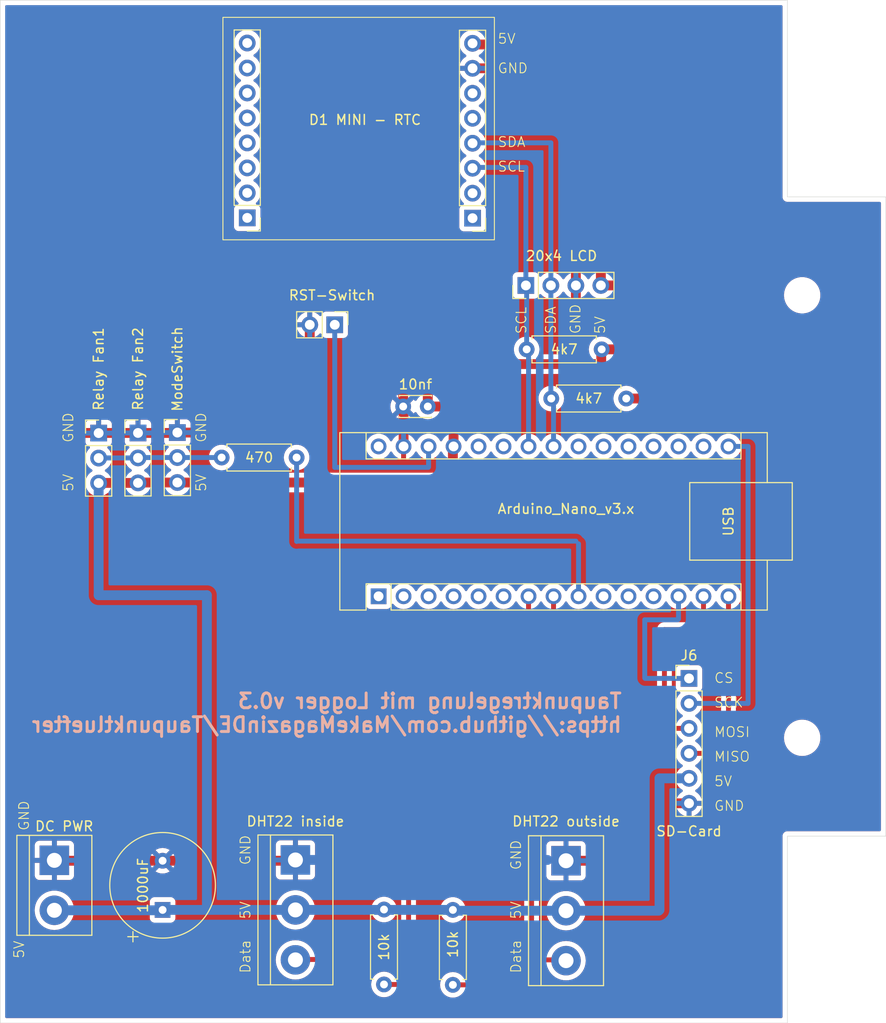
<source format=kicad_pcb>
(kicad_pcb (version 20240108) (generator "pcbnew") (generator_version "8.0")
  (layers (0 "F.Cu" signal) (31 "B.Cu" signal) (34 "B.Paste" user) (35 "F.Paste" user) (36 "B.SilkS" user "B.Silkscreen") (37 "F.SilkS" user "F.Silkscreen") (38 "B.Mask" user) (39 "F.Mask" user) (44 "Edge.Cuts" user))
  (net 0 "")
  (net 3 "/GND")
  (net 8 "Net-(A1-~{RESET}-Pad28)")
  (net 9 "/SCL")
  (net 13 "/CS")
  (net 14 "/D4 - Data inside")
  (net 16 "/SDA")
  (net 23 "/D5 - Data outside")
  (net 24 "/SCK")
  (net 27 "/MISO")
  (net 28 "/<NO NET>")
  (net 29 "/MOSI")
  (net 30 "/RelSwitch")
  (net 31 "/TX")
  (net 33 "/RX")
  (footprint "Module:Arduino_Nano" (layer "F.Cu") (at 88.45 120.61 90)
    (property "Reference" "A1" (hide yes))
    (property "Value" "Arduino_Nano_v3.x" (at 8.89 19.05 0) (layer "F.SilkS"))
    (fp_line (start 16.64 -3.94) (end -1.4 -3.94) (stroke (width 0.12)) (layer "F.SilkS"))
    (fp_line (start -1.4 -3.94) (end -1.4 -1.27) (stroke (width 0.12)) (layer "F.SilkS"))
    (fp_line (start 13.97 -1.27) (end 16.64 -1.27) (stroke (width 0.12)) (layer "F.SilkS"))
    (fp_line (start 13.97 -1.27) (end 13.97 36.83) (stroke (width 0.12)) (layer "F.SilkS"))
    (fp_line (start 1.27 -1.27) (end -1.4 -1.27) (stroke (width 0.12)) (layer "F.SilkS"))
    (fp_line (start 1.27 1.27) (end 1.27 -1.27) (stroke (width 0.12)) (layer "F.SilkS"))
    (fp_line (start 1.27 1.27) (end -1.4 1.27) (stroke (width 0.12)) (layer "F.SilkS"))
    (fp_line (start 1.27 1.27) (end 1.27 36.83) (stroke (width 0.12)) (layer "F.SilkS"))
    (fp_line (start -1.4 1.27) (end -1.4 39.5) (stroke (width 0.12)) (layer "F.SilkS"))
    (fp_line (start 11.56 31.62) (end 11.56 42.04) (stroke (width 0.12)) (layer "F.SilkS"))
    (fp_line (start 3.68 31.62) (end 11.56 31.62) (stroke (width 0.12)) (layer "F.SilkS"))
    (fp_line (start 13.97 36.83) (end 16.64 36.83) (stroke (width 0.12)) (layer "F.SilkS"))
    (fp_line (start 1.27 36.83) (end -1.4 36.83) (stroke (width 0.12)) (layer "F.SilkS"))
    (fp_line (start 16.64 39.5) (end 16.64 -3.94) (stroke (width 0.12)) (layer "F.SilkS"))
    (fp_line (start 16.64 39.5) (end 11.56 39.5) (stroke (width 0.12)) (layer "F.SilkS"))
    (fp_line (start -1.4 39.5) (end 3.68 39.5) (stroke (width 0.12)) (layer "F.SilkS"))
    (fp_line (start 11.56 42.04) (end 3.68 42.04) (stroke (width 0.12)) (layer "F.SilkS"))
    (fp_line (start 3.68 42.04) (end 3.68 31.62) (stroke (width 0.12)) (layer "F.SilkS"))
    (fp_text user "USB" (at 7.62 35.56 90) (layer "F.SilkS"))
    (pad "1" thru_hole rect (at 0 0 90) (size 1.6 1.6) (drill 1) (layers "*.Cu" "*.Mask"))
    (pad "2" thru_hole oval (at 0 2.54 90) (size 1.6 1.6) (drill 1) (layers "*.Cu" "*.Mask"))
    (pad "3" thru_hole oval (at 0 5.08 90) (size 1.6 1.6) (drill 1) (layers "*.Cu" "*.Mask"))
    (pad "4" thru_hole oval (at 0 7.62 90) (size 1.6 1.6) (drill 1) (layers "*.Cu" "*.Mask"))
    (pad "5" thru_hole oval (at 0 10.16 90) (size 1.6 1.6) (drill 1) (layers "*.Cu" "*.Mask"))
    (pad "6" thru_hole oval (at 0 12.7 90) (size 1.6 1.6) (drill 1) (layers "*.Cu" "*.Mask"))
    (pad "7" thru_hole oval (at 0 15.24 90) (size 1.6 1.6) (drill 1) (layers "*.Cu" "*.Mask") (net 14 "/D4 - Data inside"))
    (pad "8" thru_hole oval (at 0 17.78 90) (size 1.6 1.6) (drill 1) (layers "*.Cu" "*.Mask") (net 23 "/D5 - Data outside"))
    (pad "9" thru_hole oval (at 0 20.32 90) (size 1.6 1.6) (drill 1) (layers "*.Cu" "*.Mask") (net 30 "/RelSwitch"))
    (pad "10" thru_hole oval (at 0 22.86 90) (size 1.6 1.6) (drill 1) (layers "*.Cu" "*.Mask"))
    (pad "11" thru_hole oval (at 0 25.4 90) (size 1.6 1.6) (drill 1) (layers "*.Cu" "*.Mask"))
    (pad "12" thru_hole oval (at 0 27.94 90) (size 1.6 1.6) (drill 1) (layers "*.Cu" "*.Mask"))
    (pad "13" thru_hole oval (at 0 30.48 90) (size 1.6 1.6) (drill 1) (layers "*.Cu" "*.Mask") (net 13 "/CS"))
    (pad "14" thru_hole oval (at 0 33.02 90) (size 1.6 1.6) (drill 1) (layers "*.Cu" "*.Mask") (net 29 "/MOSI"))
    (pad "15" thru_hole oval (at 0 35.56 90) (size 1.6 1.6) (drill 1) (layers "*.Cu" "*.Mask") (net 27 "/MISO"))
    (pad "16" thru_hole oval (at 15.24 35.56 90) (size 1.6 1.6) (drill 1) (layers "*.Cu" "*.Mask") (net 24 "/SCK"))
    (pad "17" thru_hole oval (at 15.24 33.02 90) (size 1.6 1.6) (drill 1) (layers "*.Cu" "*.Mask"))
    (pad "18" thru_hole oval (at 15.24 30.48 90) (size 1.6 1.6) (drill 1) (layers "*.Cu" "*.Mask"))
    (pad "19" thru_hole oval (at 15.24 27.94 90) (size 1.6 1.6) (drill 1) (layers "*.Cu" "*.Mask"))
    (pad "20" thru_hole oval (at 15.24 25.4 90) (size 1.6 1.6) (drill 1) (layers "*.Cu" "*.Mask"))
    (pad "21" thru_hole oval (at 15.24 22.86 90) (size 1.6 1.6) (drill 1) (layers "*.Cu" "*.Mask"))
    (pad "22" thru_hole oval (at 15.24 20.32 90) (size 1.6 1.6) (drill 1) (layers "*.Cu" "*.Mask"))
    (pad "23" thru_hole oval (at 15.24 17.78 90) (size 1.6 1.6) (drill 1) (layers "*.Cu" "*.Mask") (net 16 "/SDA"))
    (pad "24" thru_hole oval (at 15.24 15.24 90) (size 1.6 1.6) (drill 1) (layers "*.Cu" "*.Mask") (net 9 "/SCL"))
    (pad "25" thru_hole oval (at 15.24 12.7 90) (size 1.6 1.6) (drill 1) (layers "*.Cu" "*.Mask"))
    (pad "26" thru_hole oval (at 15.24 10.16 90) (size 1.6 1.6) (drill 1) (layers "*.Cu" "*.Mask"))
    (pad "27" thru_hole oval (at 15.24 7.62 90) (size 1.6 1.6) (drill 1) (layers "*.Cu" "*.Mask") (net 28 "/<NO NET>"))
    (pad "28" thru_hole oval (at 15.24 5.08 90) (size 1.6 1.6) (drill 1) (layers "*.Cu" "*.Mask") (net 8 "Net-(A1-~{RESET}-Pad28)"))
    (pad "29" thru_hole oval (at 15.24 2.54 90) (size 1.6 1.6) (drill 1) (layers "*.Cu" "*.Mask") (net 3 "/GND"))
    (pad "30" thru_hole oval (at 15.24 0 90) (size 1.6 1.6) (drill 1) (layers "*.Cu" "*.Mask"))
  )
  (footprint "Connector_PinHeader_2.54mm:PinHeader_1x03_P2.54mm_Vertical" (layer "F.Cu") (at 64 104)
    (property "Reference" "J7" (hide yes))
    (property "Value" "Relay Fan2" (at 0 -6.515 90) (layer "F.SilkS"))
    (fp_line (start -1.33 -1.33) (end 0 -1.33) (stroke (width 0.12)) (layer "F.SilkS"))
    (fp_line (start -1.33 0) (end -1.33 -1.33) (stroke (width 0.12)) (layer "F.SilkS"))
    (fp_line (start -1.33 1.27) (end -1.33 6.41) (stroke (width 0.12)) (layer "F.SilkS"))
    (fp_line (start -1.33 1.27) (end 1.33 1.27) (stroke (width 0.12)) (layer "F.SilkS"))
    (fp_line (start -1.33 6.41) (end 1.33 6.41) (stroke (width 0.12)) (layer "F.SilkS"))
    (fp_line (start 1.33 1.27) (end 1.33 6.41) (stroke (width 0.12)) (layer "F.SilkS"))
    (pad "1" thru_hole rect (at 0 0) (size 1.7 1.7) (drill 1) (layers "*.Cu" "*.Mask") (net 3 "/GND"))
    (pad "2" thru_hole oval (at 0 2.54) (size 1.7 1.7) (drill 1) (layers "*.Cu" "*.Mask") (net 30 "/RelSwitch"))
    (pad "3" thru_hole oval (at 0 5.08) (size 1.7 1.7) (drill 1) (layers "*.Cu" "*.Mask" "Eco2.User") (net 28 "/<NO NET>"))
  )
  (footprint "Resistor_THT:R_Axial_DIN0207_L6.3mm_D2.5mm_P7.62mm_Horizontal" (layer "F.Cu") (at 72.5 106.5)
    (property "Reference" "R5" (hide yes))
    (property "Value" "470" (at 3.81 0 0) (layer "F.SilkS"))
    (fp_line (start 0.54 -1.37) (end 7.08 -1.37) (stroke (width 0.12)) (layer "F.SilkS"))
    (fp_line (start 0.54 -1.04) (end 0.54 -1.37) (stroke (width 0.12)) (layer "F.SilkS"))
    (fp_line (start 0.54 1.04) (end 0.54 1.37) (stroke (width 0.12)) (layer "F.SilkS"))
    (fp_line (start 0.54 1.37) (end 7.08 1.37) (stroke (width 0.12)) (layer "F.SilkS"))
    (fp_line (start 7.08 -1.37) (end 7.08 -1.04) (stroke (width 0.12)) (layer "F.SilkS"))
    (fp_line (start 7.08 1.37) (end 7.08 1.04) (stroke (width 0.12)) (layer "F.SilkS"))
    (pad "1" thru_hole circle (at 0 0) (size 1.6 1.6) (drill 0.8) (layers "*.Cu" "*.Mask") (net 30 "/RelSwitch"))
    (pad "2" thru_hole oval (at 7.62 0) (size 1.6 1.6) (drill 0.8) (layers "*.Cu" "*.Mask") (net 30 "/RelSwitch"))
  )
  (footprint "Connector_PinHeader_2.54mm:PinHeader_1x03_P2.54mm_Vertical" (layer "F.Cu") (at 68 103.96)
    (property "Reference" "SW2" (hide yes))
    (property "Value" "ModeSwitch" (at 0 -6.46 90) (layer "F.SilkS"))
    (fp_line (start -1.33 -1.33) (end 0 -1.33) (stroke (width 0.12)) (layer "F.SilkS"))
    (fp_line (start -1.33 0) (end -1.33 -1.33) (stroke (width 0.12)) (layer "F.SilkS"))
    (fp_line (start -1.33 1.27) (end -1.33 6.41) (stroke (width 0.12)) (layer "F.SilkS"))
    (fp_line (start -1.33 1.27) (end 1.33 1.27) (stroke (width 0.12)) (layer "F.SilkS"))
    (fp_line (start -1.33 6.41) (end 1.33 6.41) (stroke (width 0.12)) (layer "F.SilkS"))
    (fp_line (start 1.33 1.27) (end 1.33 6.41) (stroke (width 0.12)) (layer "F.SilkS"))
    (pad "1" thru_hole rect (at 0 0) (size 1.7 1.7) (drill 1) (layers "*.Cu" "*.Mask") (net 3 "/GND"))
    (pad "2" thru_hole oval (at 0 2.54) (size 1.7 1.7) (drill 1) (layers "*.Cu" "*.Mask") (net 30 "/RelSwitch"))
    (pad "3" thru_hole oval (at 0 5.08) (size 1.7 1.7) (drill 1) (layers "*.Cu" "*.Mask") (net 28 "/<NO NET>"))
  )
  (footprint "Resistor_THT:R_Axial_DIN0207_L6.3mm_D2.5mm_P7.62mm_Horizontal" (layer "F.Cu") (at 89 152.46 -90)
    (property "Reference" "R1" (hide yes))
    (property "Value" "10k" (at 3.81 0 -90) (layer "F.SilkS"))
    (fp_line (start 0.54 1.37) (end 7.08 1.37) (stroke (width 0.12)) (layer "F.SilkS"))
    (fp_line (start 7.08 1.37) (end 7.08 1.04) (stroke (width 0.12)) (layer "F.SilkS"))
    (fp_line (start 0.54 1.04) (end 0.54 1.37) (stroke (width 0.12)) (layer "F.SilkS"))
    (fp_line (start 0.54 -1.04) (end 0.54 -1.37) (stroke (width 0.12)) (layer "F.SilkS"))
    (fp_line (start 0.54 -1.37) (end 7.08 -1.37) (stroke (width 0.12)) (layer "F.SilkS"))
    (fp_line (start 7.08 -1.37) (end 7.08 -1.04) (stroke (width 0.12)) (layer "F.SilkS"))
    (pad "1" thru_hole circle (at 0 0 270) (size 1.6 1.6) (drill 0.8) (layers "*.Cu" "*.Mask") (net 28 "/<NO NET>"))
    (pad "2" thru_hole oval (at 7.62 0 270) (size 1.6 1.6) (drill 0.8) (layers "*.Cu" "*.Mask") (net 14 "/D4 - Data inside"))
  )
  (footprint "Connector_PinHeader_2.54mm:PinHeader_1x02_P2.54mm_Vertical" (layer "F.Cu") (at 83.995 93 -90)
    (property "Reference" "SW1" (hide yes))
    (property "Value" "RST-Switch" (at -3 0.275 180) (layer "F.SilkS"))
    (fp_line (start -1.33 3.87) (end 1.33 3.87) (stroke (width 0.12)) (layer "F.SilkS"))
    (fp_line (start -1.33 1.27) (end -1.33 3.87) (stroke (width 0.12)) (layer "F.SilkS"))
    (fp_line (start -1.33 1.27) (end 1.33 1.27) (stroke (width 0.12)) (layer "F.SilkS"))
    (fp_line (start 1.33 1.27) (end 1.33 3.87) (stroke (width 0.12)) (layer "F.SilkS"))
    (fp_line (start -1.33 0) (end -1.33 -1.33) (stroke (width 0.12)) (layer "F.SilkS"))
    (fp_line (start -1.33 -1.33) (end 0 -1.33) (stroke (width 0.12)) (layer "F.SilkS"))
    (pad "1" thru_hole rect (at 0 0 270) (size 1.7 1.7) (drill 1) (layers "*.Cu" "*.Mask") (net 8 "Net-(A1-~{RESET}-Pad28)"))
    (pad "2" thru_hole oval (at 0 2.54 270) (size 1.7 1.7) (drill 1) (layers "*.Cu" "*.Mask") (net 3 "/GND"))
  )
  (footprint "TerminalBlock:TerminalBlock_bornier-3_P5.08mm" (layer "F.Cu") (at 107.5 147.5 -90)
    (property "Reference" "J3" (hide yes))
    (property "Value" "DHT22 outside" (at -4 0 180) (layer "F.SilkS"))
    (fp_line (start -2.54 3.81) (end 12.7 3.81) (stroke (width 0.12)) (layer "F.SilkS"))
    (fp_line (start -2.54 3.81) (end -2.54 -3.81) (stroke (width 0.12)) (layer "F.SilkS"))
    (fp_line (start 12.7 3.81) (end 12.7 -3.81) (stroke (width 0.12)) (layer "F.SilkS"))
    (fp_line (start -2.54 2.54) (end 12.7 2.54) (stroke (width 0.12)) (layer "F.SilkS"))
    (fp_line (start -2.54 -3.81) (end 12.7 -3.81) (stroke (width 0.12)) (layer "F.SilkS"))
    (pad "1" thru_hole rect (at 0 0 270) (size 3 3) (drill 1.52) (layers "*.Cu" "*.Mask") (net 3 "/GND"))
    (pad "2" thru_hole circle (at 5.08 0 270) (size 3 3) (drill 1.52) (layers "*.Cu" "*.Mask") (net 28 "/<NO NET>"))
    (pad "3" thru_hole circle (at 10.16 0 270) (size 3 3) (drill 1.52) (layers "*.Cu" "*.Mask") (net 23 "/D5 - Data outside"))
  )
  (footprint "" (layer "F.Cu") (at 131.5 90)
    (property "Reference" "" (at 0 0 0) (layer "F.SilkS") (effects (font (size 1.27 1.27))))
    (property "Value" "")
    (pad "" np_thru_hole circle (at 0 0) (size 3.2 3.2) (drill 3.2) (layers "F&B.Cu" "*.Mask"))
  )
  (footprint "Connector_PinHeader_2.54mm:PinHeader_1x06_P2.54mm_Vertical" (layer "F.Cu") (at 120 128.96)
    (property "Reference" "J6" (at 0 -2.33 0) (layer "F.SilkS"))
    (property "Value" "SD-Card" (at 0 15.54 0) (layer "F.SilkS"))
    (fp_line (start -1.33 -1.33) (end 0 -1.33) (stroke (width 0.12)) (layer "F.SilkS"))
    (fp_line (start -1.33 0) (end -1.33 -1.33) (stroke (width 0.12)) (layer "F.SilkS"))
    (fp_line (start -1.33 1.27) (end -1.33 14.03) (stroke (width 0.12)) (layer "F.SilkS"))
    (fp_line (start -1.33 1.27) (end 1.33 1.27) (stroke (width 0.12)) (layer "F.SilkS"))
    (fp_line (start -1.33 14.03) (end 1.33 14.03) (stroke (width 0.12)) (layer "F.SilkS"))
    (fp_line (start 1.33 1.27) (end 1.33 14.03) (stroke (width 0.12)) (layer "F.SilkS"))
    (pad "1" thru_hole rect (at 0 0) (size 1.7 1.7) (drill 1) (layers "*.Cu" "*.Mask") (net 13 "/CS"))
    (pad "2" thru_hole oval (at 0 2.54) (size 1.7 1.7) (drill 1) (layers "*.Cu" "*.Mask") (net 24 "/SCK"))
    (pad "3" thru_hole oval (at 0 5.08) (size 1.7 1.7) (drill 1) (layers "*.Cu" "*.Mask") (net 29 "/MOSI"))
    (pad "4" thru_hole oval (at 0 7.62) (size 1.7 1.7) (drill 1) (layers "*.Cu" "*.Mask") (net 27 "/MISO"))
    (pad "5" thru_hole oval (at 0 10.16) (size 1.7 1.7) (drill 1) (layers "*.Cu" "*.Mask") (net 28 "/<NO NET>"))
    (pad "6" thru_hole oval (at 0 12.7) (size 1.7 1.7) (drill 1) (layers "*.Cu" "*.Mask") (net 3 "/GND"))
  )
  (footprint "Connector_PinHeader_2.54mm:PinHeader_1x08_P2.54mm_Vertical" (layer "F.Cu") (at 98 82.16 180)
    (property "Reference" "J5" (hide yes))
    (property "Value" "D1 MINI - RTC" (at 10.93 10 0) (layer "F.SilkS"))
    (fp_line (start 1.33 1.27) (end 1.33 19.11) (stroke (width 0.12)) (layer "F.SilkS"))
    (fp_line (start -1.33 19.11) (end 1.33 19.11) (stroke (width 0.12)) (layer "F.SilkS"))
    (fp_line (start -1.33 1.27) (end 1.33 1.27) (stroke (width 0.12)) (layer "F.SilkS"))
    (fp_line (start -1.33 1.27) (end -1.33 19.11) (stroke (width 0.12)) (layer "F.SilkS"))
    (fp_line (start -1.33 0) (end -1.33 -1.33) (stroke (width 0.12)) (layer "F.SilkS"))
    (fp_line (start -1.33 -1.33) (end 0 -1.33) (stroke (width 0.12)) (layer "F.SilkS"))
    (pad "1" thru_hole rect (at 0 0 180) (size 1.7 1.7) (drill 1) (layers "*.Cu" "*.Mask") (net 31 "/TX"))
    (pad "2" thru_hole oval (at 0 2.54 180) (size 1.7 1.7) (drill 1) (layers "*.Cu" "*.Mask") (net 33 "/RX"))
    (pad "3" thru_hole oval (at 0 5.08 180) (size 1.7 1.7) (drill 1) (layers "*.Cu" "*.Mask") (net 9 "/SCL"))
    (pad "4" thru_hole oval (at 0 7.62 180) (size 1.7 1.7) (drill 1) (layers "*.Cu" "*.Mask") (net 16 "/SDA"))
    (pad "5" thru_hole oval (at 0 10.16 180) (size 1.7 1.7) (drill 1) (layers "*.Cu" "*.Mask"))
    (pad "6" thru_hole oval (at 0 12.7 180) (size 1.7 1.7) (drill 1) (layers "*.Cu" "*.Mask"))
    (pad "7" thru_hole oval (at 0 15.24 180) (size 1.7 1.7) (drill 1) (layers "*.Cu" "*.Mask") (net 3 "/GND"))
    (pad "8" thru_hole oval (at 0 17.78 180) (size 1.7 1.7) (drill 1) (layers "*.Cu" "*.Mask") (net 28 "/<NO NET>"))
  )
  (footprint "Connector_PinHeader_2.54mm:PinHeader_1x03_P2.54mm_Vertical" (layer "F.Cu") (at 60 104.015)
    (property "Reference" "J7" (hide yes))
    (property "Value" "Relay Fan1" (at 0 -6.515 90) (layer "F.SilkS"))
    (fp_line (start -1.33 -1.33) (end 0 -1.33) (stroke (width 0.12)) (layer "F.SilkS"))
    (fp_line (start -1.33 0) (end -1.33 -1.33) (stroke (width 0.12)) (layer "F.SilkS"))
    (fp_line (start -1.33 1.27) (end -1.33 6.41) (stroke (width 0.12)) (layer "F.SilkS"))
    (fp_line (start -1.33 1.27) (end 1.33 1.27) (stroke (width 0.12)) (layer "F.SilkS"))
    (fp_line (start -1.33 6.41) (end 1.33 6.41) (stroke (width 0.12)) (layer "F.SilkS"))
    (fp_line (start 1.33 1.27) (end 1.33 6.41) (stroke (width 0.12)) (layer "F.SilkS"))
    (pad "1" thru_hole rect (at 0 0) (size 1.7 1.7) (drill 1) (layers "*.Cu" "*.Mask") (net 3 "/GND"))
    (pad "2" thru_hole oval (at 0 2.54) (size 1.7 1.7) (drill 1) (layers "*.Cu" "*.Mask") (net 30 "/RelSwitch"))
    (pad "3" thru_hole oval (at 0 5.08) (size 1.7 1.7) (drill 1) (layers "*.Cu" "*.Mask") (net 28 "/<NO NET>"))
  )
  (footprint "Connector_PinHeader_2.54mm:PinHeader_1x08_P2.54mm_Vertical" (layer "F.Cu") (at 75.1 82.13 180)
    (property "Reference" "J5" (hide yes))
    (property "Value" "D1 MINI - RTC" (hide yes))
    (fp_line (start 1.33 1.27) (end 1.33 19.11) (stroke (width 0.12)) (layer "F.SilkS"))
    (fp_line (start -1.33 19.11) (end 1.33 19.11) (stroke (width 0.12)) (layer "F.SilkS"))
    (fp_line (start -1.33 1.27) (end 1.33 1.27) (stroke (width 0.12)) (layer "F.SilkS"))
    (fp_line (start -1.33 1.27) (end -1.33 19.11) (stroke (width 0.12)) (layer "F.SilkS"))
    (fp_line (start -1.33 0) (end -1.33 -1.33) (stroke (width 0.12)) (layer "F.SilkS"))
    (fp_line (start -1.33 -1.33) (end 0 -1.33) (stroke (width 0.12)) (layer "F.SilkS"))
    (pad "1" thru_hole rect (at 0 0 180) (size 1.7 1.7) (drill 1) (layers "*.Cu" "*.Mask"))
    (pad "2" thru_hole oval (at 0 2.54 180) (size 1.7 1.7) (drill 1) (layers "*.Cu" "*.Mask"))
    (pad "3" thru_hole oval (at 0 5.08 180) (size 1.7 1.7) (drill 1) (layers "*.Cu" "*.Mask"))
    (pad "4" thru_hole oval (at 0 7.62 180) (size 1.7 1.7) (drill 1) (layers "*.Cu" "*.Mask"))
    (pad "5" thru_hole oval (at 0 10.16 180) (size 1.7 1.7) (drill 1) (layers "*.Cu" "*.Mask"))
    (pad "6" thru_hole oval (at 0 12.7 180) (size 1.7 1.7) (drill 1) (layers "*.Cu" "*.Mask"))
    (pad "7" thru_hole oval (at 0 15.24 180) (size 1.7 1.7) (drill 1) (layers "*.Cu" "*.Mask"))
    (pad "8" thru_hole oval (at 0 17.78 180) (size 1.7 1.7) (drill 1) (layers "*.Cu" "*.Mask"))
  )
  (footprint "Resistor_THT:R_Axial_DIN0207_L6.3mm_D2.5mm_P7.62mm_Horizontal" (layer "F.Cu") (at 103.5 95.5)
    (property "Reference" "R3" (hide yes))
    (property "Value" "4k7" (at 3.81 0 0) (layer "F.SilkS"))
    (fp_line (start 0.54 -1.37) (end 7.08 -1.37) (stroke (width 0.12)) (layer "F.SilkS"))
    (fp_line (start 0.54 -1.04) (end 0.54 -1.37) (stroke (width 0.12)) (layer "F.SilkS"))
    (fp_line (start 0.54 1.04) (end 0.54 1.37) (stroke (width 0.12)) (layer "F.SilkS"))
    (fp_line (start 0.54 1.37) (end 7.08 1.37) (stroke (width 0.12)) (layer "F.SilkS"))
    (fp_line (start 7.08 -1.37) (end 7.08 -1.04) (stroke (width 0.12)) (layer "F.SilkS"))
    (fp_line (start 7.08 1.37) (end 7.08 1.04) (stroke (width 0.12)) (layer "F.SilkS"))
    (pad "1" thru_hole circle (at 0 0) (size 1.6 1.6) (drill 0.8) (layers "*.Cu" "*.Mask") (net 9 "/SCL"))
    (pad "2" thru_hole oval (at 7.62 0) (size 1.6 1.6) (drill 0.8) (layers "*.Cu" "*.Mask") (net 28 "/<NO NET>"))
  )
  (footprint "Capacitor_THT:C_Disc_D3.0mm_W2.0mm_P2.50mm" (layer "F.Cu") (at 93.45 101.31 180)
    (property "Reference" "C2" (hide yes))
    (property "Value" "10nf" (at 1.25 2.25 180) (layer "F.SilkS"))
    (fp_line (start 2.87 1.055) (end 2.87 1.12) (stroke (width 0.12)) (layer "F.SilkS"))
    (fp_line (start 2.87 -1.12) (end 2.87 -1.055) (stroke (width 0.12)) (layer "F.SilkS"))
    (fp_line (start -0.37 1.12) (end 2.87 1.12) (stroke (width 0.12)) (layer "F.SilkS"))
    (fp_line (start -0.37 1.055) (end -0.37 1.12) (stroke (width 0.12)) (layer "F.SilkS"))
    (fp_line (start -0.37 -1.12) (end 2.87 -1.12) (stroke (width 0.12)) (layer "F.SilkS"))
    (fp_line (start -0.37 -1.12) (end -0.37 -1.055) (stroke (width 0.12)) (layer "F.SilkS"))
    (pad "1" thru_hole circle (at 0 0 180) (size 1.6 1.6) (drill 0.8) (layers "*.Cu" "*.Mask") (net 28 "/<NO NET>"))
    (pad "2" thru_hole circle (at 2.5 0 180) (size 1.6 1.6) (drill 0.8) (layers "*.Cu" "*.Mask") (net 3 "/GND"))
  )
  (footprint "TerminalBlock:TerminalBlock_bornier-2_P5.08mm" (layer "F.Cu") (at 55.5 147.46 -90)
    (property "Reference" "J1" (hide yes))
    (property "Value" "DC PWR" (at -3.46 -1 0) (layer "F.SilkS"))
    (fp_line (start -2.54 3.81) (end 7.62 3.81) (stroke (width 0.12)) (layer "F.SilkS"))
    (fp_line (start 7.62 3.81) (end 7.62 -3.81) (stroke (width 0.12)) (layer "F.SilkS"))
    (fp_line (start 7.62 2.54) (end -2.54 2.54) (stroke (width 0.12)) (layer "F.SilkS"))
    (fp_line (start -2.54 -3.81) (end -2.54 3.81) (stroke (width 0.12)) (layer "F.SilkS"))
    (fp_line (start 7.62 -3.81) (end -2.54 -3.81) (stroke (width 0.12)) (layer "F.SilkS"))
    (pad "1" thru_hole rect (at 0 0 270) (size 3 3) (drill 1.52) (layers "*.Cu" "*.Mask") (net 3 "/GND"))
    (pad "2" thru_hole circle (at 5.08 0 270) (size 3 3) (drill 1.52) (layers "*.Cu" "*.Mask") (net 28 "/<NO NET>"))
  )
  (footprint "Resistor_THT:R_Axial_DIN0207_L6.3mm_D2.5mm_P7.62mm_Horizontal" (layer "F.Cu") (at 106 100.5)
    (property "Reference" "R4" (hide yes))
    (property "Value" "4k7" (at 3.81 0 0) (layer "F.SilkS"))
    (fp_line (start 0.54 -1.37) (end 7.08 -1.37) (stroke (width 0.12)) (layer "F.SilkS"))
    (fp_line (start 0.54 -1.04) (end 0.54 -1.37) (stroke (width 0.12)) (layer "F.SilkS"))
    (fp_line (start 0.54 1.04) (end 0.54 1.37) (stroke (width 0.12)) (layer "F.SilkS"))
    (fp_line (start 0.54 1.37) (end 7.08 1.37) (stroke (width 0.12)) (layer "F.SilkS"))
    (fp_line (start 7.08 -1.37) (end 7.08 -1.04) (stroke (width 0.12)) (layer "F.SilkS"))
    (fp_line (start 7.08 1.37) (end 7.08 1.04) (stroke (width 0.12)) (layer "F.SilkS"))
    (pad "1" thru_hole circle (at 0 0) (size 1.6 1.6) (drill 0.8) (layers "*.Cu" "*.Mask") (net 16 "/SDA"))
    (pad "2" thru_hole oval (at 7.62 0) (size 1.6 1.6) (drill 0.8) (layers "*.Cu" "*.Mask") (net 28 "/<NO NET>"))
  )
  (footprint "Capacitor_THT:CP_Radial_Tantal_D10.5mm_P5.00mm" (layer "F.Cu") (at 66.5 152.5 90)
    (property "Reference" "C1" (hide yes))
    (property "Value" "1000uF" (at 2.5 -2 90) (layer "F.SilkS"))
    (fp_line (start -2.722133 -3.54) (end -2.722133 -2.49) (stroke (width 0.12)) (layer "F.SilkS"))
    (fp_line (start -3.247133 -3.015) (end -2.197133 -3.015) (stroke (width 0.12)) (layer "F.SilkS"))
    (fp_circle (center 2.5 0) (end 7.87 0) (stroke (width 0.12)) (fill none) (layer "F.SilkS"))
    (pad "1" thru_hole rect (at 0 0 90) (size 1.6 1.6) (drill 0.8) (layers "*.Cu" "*.Mask") (net 28 "/<NO NET>"))
    (pad "2" thru_hole circle (at 5 0 90) (size 1.6 1.6) (drill 0.8) (layers "*.Cu" "*.Mask") (net 3 "/GND"))
  )
  (footprint "MountingHole:MountingHole_3.2mm_M3_ISO7380" (layer "F.Cu") (at 131.5 135)
    (property "Reference" "" (hide yes))
    (property "Value" "MountingHole_3.2mm_M3_ISO7380" (hide yes))
    (pad "" np_thru_hole circle (at 0 0) (size 3.2 3.2) (drill 3.2) (layers "*.Cu" "*.Mask"))
  )
  (footprint "Connector_PinHeader_2.54mm:PinHeader_1x04_P2.54mm_Vertical" (layer "F.Cu") (at 103.42 89 90)
    (property "Reference" "J4" (hide yes))
    (property "Value" "20x4 LCD" (at 3 3.62 0) (layer "F.SilkS"))
    (fp_line (start -1.33 -1.33) (end 0 -1.33) (stroke (width 0.12)) (layer "F.SilkS"))
    (fp_line (start -1.33 0) (end -1.33 -1.33) (stroke (width 0.12)) (layer "F.SilkS"))
    (fp_line (start 1.33 1.27) (end 1.33 8.95) (stroke (width 0.12)) (layer "F.SilkS"))
    (fp_line (start -1.33 1.27) (end 1.33 1.27) (stroke (width 0.12)) (layer "F.SilkS"))
    (fp_line (start -1.33 1.27) (end -1.33 8.95) (stroke (width 0.12)) (layer "F.SilkS"))
    (fp_line (start -1.33 8.95) (end 1.33 8.95) (stroke (width 0.12)) (layer "F.SilkS"))
    (pad "1" thru_hole rect (at 0 0 90) (size 1.7 1.7) (drill 1) (layers "*.Cu" "*.Mask") (net 9 "/SCL"))
    (pad "2" thru_hole oval (at 0 2.54 90) (size 1.7 1.7) (drill 1) (layers "*.Cu" "*.Mask") (net 16 "/SDA"))
    (pad "3" thru_hole oval (at 0 5.08 90) (size 1.7 1.7) (drill 1) (layers "*.Cu" "*.Mask") (net 3 "/GND"))
    (pad "4" thru_hole oval (at 0 7.62 90) (size 1.7 1.7) (drill 1) (layers "*.Cu" "*.Mask") (net 28 "/<NO NET>"))
  )
  (footprint "TerminalBlock:TerminalBlock_bornier-3_P5.08mm" (layer "F.Cu") (at 80 147.42 -90)
    (property "Reference" "J2" (hide yes))
    (property "Value" "DHT22 inside" (at -3.92 0 180) (layer "F.SilkS"))
    (fp_line (start -2.54 3.81) (end 12.7 3.81) (stroke (width 0.12)) (layer "F.SilkS"))
    (fp_line (start -2.54 3.81) (end -2.54 -3.81) (stroke (width 0.12)) (layer "F.SilkS"))
    (fp_line (start 12.7 3.81) (end 12.7 -3.81) (stroke (width 0.12)) (layer "F.SilkS"))
    (fp_line (start -2.54 2.54) (end 12.7 2.54) (stroke (width 0.12)) (layer "F.SilkS"))
    (fp_line (start -2.54 -3.81) (end 12.7 -3.81) (stroke (width 0.12)) (layer "F.SilkS"))
    (pad "1" thru_hole rect (at 0 0 270) (size 3 3) (drill 1.52) (layers "*.Cu" "*.Mask") (net 3 "/GND"))
    (pad "2" thru_hole circle (at 5.08 0 270) (size 3 3) (drill 1.52) (layers "*.Cu" "*.Mask") (net 28 "/<NO NET>"))
    (pad "3" thru_hole circle (at 10.16 0 270) (size 3 3) (drill 1.52) (layers "*.Cu" "*.Mask") (net 14 "/D4 - Data inside"))
  )
  (footprint "Resistor_THT:R_Axial_DIN0207_L6.3mm_D2.5mm_P7.62mm_Horizontal" (layer "F.Cu") (at 96 152.5 -90)
    (property "Reference" "R2" (hide yes))
    (property "Value" "10k" (at 3.5 0 -90) (layer "F.SilkS"))
    (fp_line (start 0.54 1.37) (end 7.08 1.37) (stroke (width 0.12)) (layer "F.SilkS"))
    (fp_line (start 7.08 1.37) (end 7.08 1.04) (stroke (width 0.12)) (layer "F.SilkS"))
    (fp_line (start 0.54 1.04) (end 0.54 1.37) (stroke (width 0.12)) (layer "F.SilkS"))
    (fp_line (start 0.54 -1.04) (end 0.54 -1.37) (stroke (width 0.12)) (layer "F.SilkS"))
    (fp_line (start 0.54 -1.37) (end 7.08 -1.37) (stroke (width 0.12)) (layer "F.SilkS"))
    (fp_line (start 7.08 -1.37) (end 7.08 -1.04) (stroke (width 0.12)) (layer "F.SilkS"))
    (pad "1" thru_hole circle (at 0 0 270) (size 1.6 1.6) (drill 0.8) (layers "*.Cu" "*.Mask") (net 28 "/<NO NET>"))
    (pad "2" thru_hole oval (at 7.62 0 270) (size 1.6 1.6) (drill 0.8) (layers "*.Cu" "*.Mask") (net 23 "/D5 - Data outside"))
  )
  (gr_rect (start 72.63 61.74) (end 100.22 84.36) (stroke (width 0.1)) (fill none) (layer "F.SilkS"))
  (gr_poly (pts (xy 50 60) (xy 130 60) (xy 130 80) (xy 140 80) (xy 140 145) (xy 130 145) (xy 130 164) (xy 50 164)) (stroke (width 0.05)) (fill none) (layer "Edge.Cuts"))
  (gr_text "Taupunktregelung mit Logger v0.3\nhttps://github.com/MakeMagazinDE/Taupunktluefter\n\n" (at 113.31 136.97 0) (layer "B.SilkS") (effects (font (size 1.5 1.5) (thickness 0.3) (bold yes)) (justify left bottom mirror)))
  (gr_text "Data" (at 103 159 90) (layer "F.SilkS") (effects (font (size 1 1) (thickness 0.1)) (justify left bottom)))
  (gr_text "MOSI" (at 122.5 135 0) (layer "F.SilkS") (effects (font (size 1 1) (thickness 0.1)) (justify left bottom)))
  (gr_text "SDA" (at 106.54 94 90) (layer "F.SilkS") (effects (font (size 1 1) (thickness 0.1)) (justify left bottom)))
  (gr_text "GND" (at 75.5 148 90) (layer "F.SilkS") (effects (font (size 1 1) (thickness 0.1)) (justify left bottom)))
  (gr_text "5V" (at 111.54 94 90) (layer "F.SilkS") (effects (font (size 1 1) (thickness 0.1)) (justify left bottom)))
  (gr_text "5V" (at 57.5 110.04 90) (layer "F.SilkS") (effects (font (size 1 1) (thickness 0.1)) (justify left bottom)))
  (gr_text "GND" (at 71 105.04 90) (layer "F.SilkS") (effects (font (size 1 1) (thickness 0.1)) (justify left bottom)))
  (gr_text "5V" (at 71 110.04 90) (layer "F.SilkS") (effects (font (size 1 1) (thickness 0.1)) (justify left bottom)))
  (gr_text "CS" (at 122.5 129.5 0) (layer "F.SilkS") (effects (font (size 1 1) (thickness 0.1)) (justify left bottom)))
  (gr_text "SCK" (at 122.5 132 0) (layer "F.SilkS") (effects (font (size 1 1) (thickness 0.1)) (justify left bottom)))
  (gr_text "GND" (at 53 144.5 90) (layer "F.SilkS") (effects (font (size 1 1) (thickness 0.1)) (justify left bottom)))
  (gr_text "5V" (at 52.5 157.5 90) (layer "F.SilkS") (effects (font (size 1 1) (thickness 0.1)) (justify left bottom)))
  (gr_text "GND" (at 57.5 105.04 90) (layer "F.SilkS") (effects (font (size 1 1) (thickness 0.1)) (justify left bottom)))
  (gr_text "SDA" (at 100.5 75 0) (layer "F.SilkS") (effects (font (size 1 1) (thickness 0.1)) (justify left bottom)))
  (gr_text "GND" (at 109.04 94 90) (layer "F.SilkS") (effects (font (size 1 1) (thickness 0.1)) (justify left bottom)))
  (gr_text "SCL\n" (at 100.5 77.5 0) (layer "F.SilkS") (effects (font (size 1 1) (thickness 0.1)) (justify left bottom)))
  (gr_text "MISO\n" (at 122.5 137.5 0) (layer "F.SilkS") (effects (font (size 1 1) (thickness 0.1)) (justify left bottom)))
  (gr_text "SCL\n" (at 103.54 94 90) (layer "F.SilkS") (effects (font (size 1 1) (thickness 0.1)) (justify left bottom)))
  (gr_text "5V" (at 75.5 153.5 90) (layer "F.SilkS") (effects (font (size 1 1) (thickness 0.1)) (justify left bottom)))
  (gr_text "5V" (at 103 153.5 90) (layer "F.SilkS") (effects (font (size 1 1) (thickness 0.1)) (justify left bottom)))
  (gr_text "5V" (at 122.5 140 0) (layer "F.SilkS") (effects (font (size 1 1) (thickness 0.1)) (justify left bottom)))
  (gr_text "GND" (at 103 148.5 90) (layer "F.SilkS") (effects (font (size 1 1) (thickness 0.1)) (justify left bottom)))
  (gr_text "Data" (at 75.5 159 90) (layer "F.SilkS") (effects (font (size 1 1) (thickness 0.1)) (justify left bottom)))
  (gr_text "GND" (at 122.5 142.5 0) (layer "F.SilkS") (effects (font (size 1 1) (thickness 0.1)) (justify left bottom)))
  (gr_text "GND" (at 100.5 67.5 0) (layer "F.SilkS") (effects (font (size 1 1) (thickness 0.1)) (justify left bottom)))
  (gr_text "5V" (at 100.5 64.5 0) (layer "F.SilkS") (effects (font (size 1 1) (thickness 0.1)) (justify left bottom)))
  (segment (start 90.91 96.96) (end 90.95 97) (width 1) (layer "F.Cu") (net 3))
  (segment (start 115 147.5) (end 107.5 147.5) (width 1) (layer "F.Cu") (net 3))
  (segment (start 80.97 103.96) (end 68 103.96) (width 1) (layer "F.Cu") (net 3))
  (segment (start 90.91 92.03) (end 90.91 96.96) (width 1) (layer "F.Cu") (net 3))
  (segment (start 108.5 67) (end 108.5 89) (width 1) (layer "F.Cu") (net 3))
  (segment (start 90.95 97) (end 90.95 101.31) (width 1) (layer "F.Cu") (net 3))
  (segment (start 55.54 147.5) (end 66.5 147.5) (width 1) (layer "F.Cu") (net 3))
  (segment (start 90.87 97) (end 81.455 97) (width 1) (layer "F.Cu") (net 3))
  (segment (start 57.5 138.5) (end 57.5 104) (width 1) (layer "F.Cu") (net 3))
  (segment (start 98 66.92) (end 108.42 66.92) (width 1) (layer "F.Cu") (net 3))
  (segment (start 115 141.66) (end 115 147.5) (width 1) (layer "F.Cu") (net 3))
  (segment (start 64 104) (end 67.96 104) (width 1) (layer "F.Cu") (net 3))
  (segment (start 90.99 101.35) (end 90.99 105.37) (width 1) (layer "F.Cu") (net 3))
  (segment (start 57.5 104) (end 59.985 104) (width 1) (layer "F.Cu") (net 3))
  (segment (start 64 104) (end 60.015 104) (width 1) (layer "F.Cu") (net 3))
  (segment (start 69 147.5) (end 66.5 147.5) (width 1) (layer "F.Cu") (net 3))
  (segment (start 80 147.42) (end 79.92 147.5) (width 0.2) (layer "F.Cu") (net 3))
  (segment (start 108.5 89) (end 108.5 92) (width 1) (layer "F.Cu") (net 3))
  (segment (start 90.94 92) (end 90.91 92.03) (width 1) (layer "F.Cu") (net 3))
  (segment (start 69 138.5) (end 69 147.5) (width 1) (layer "F.Cu") (net 3))
  (segment (start 81.455 97) (end 81.455 93) (width 1) (layer "F.Cu") (net 3))
  (segment (start 79.92 147.5) (end 69 147.5) (width 1) (layer "F.Cu") (net 3))
  (segment (start 120 141.66) (end 115 141.66) (width 1) (layer "F.Cu") (net 3))
  (segment (start 108.5 92) (end 90.94 92) (width 1) (layer "F.Cu") (net 3))
  (segment (start 90.91 96.96) (end 90.87 97) (width 1) (layer "F.Cu") (net 3))
  (segment (start 57.5 138.5) (end 69 138.5) (width 1) (layer "F.Cu") (net 3))
  (segment (start 81.5 104) (end 81.5 97.045) (width 1) (layer "F.Cu") (net 3))
  (segment (start 55.5 147.46) (end 55.54 147.5) (width 1) (layer "F.Cu") (net 3))
  (segment (start 59.985 104) (end 60 104.015) (width 0.2) (layer "F.Cu") (net 3))
  (segment (start 90.95 101.31) (end 90.99 101.35) (width 1) (layer "F.Cu") (net 3))
  (segment (start 107.5 147.5) (end 105.698 147.5) (width 0.2) (layer "B.Cu") (net 3))
  (segment (start 60.015 104) (end 60 104.015) (width 0.2) (layer "B.Cu") (net 3))
  (segment (start 81.01 104) (end 80.97 103.96) (width 0.2) (layer "B.Cu") (net 3))
  (segment (start 105.698 147.5) (end 105.618 147.42) (width 0.2) (layer "B.Cu") (net 3))
  (segment (start 105.618 147.42) (end 80 147.42) (width 1) (layer "B.Cu") (net 3))
  (segment (start 108.42 66.92) (end 108.5 67) (width 0.2) (layer "B.Cu") (net 3))
  (segment (start 60.055 103.96) (end 60 104.015) (width 0.2) (layer "B.Cu") (net 3))
  (segment (start 81.5 104) (end 81.01 104) (width 0.2) (layer "B.Cu") (net 3))
  (segment (start 81.46 103.96) (end 81.5 104) (width 0.2) (layer "B.Cu") (net 3))
  (segment (start 67.445 104.015) (end 67.5 103.96) (width 0.2) (layer "B.Cu") (net 3))
  (segment (start 67.96 104) (end 68 103.96) (width 0.2) (layer "B.Cu") (net 3))
  (segment (start 81.5 97.045) (end 81.455 97) (width 0.2) (layer "B.Cu") (net 3))
  (segment (start 83.995 93) (end 83.995 107.5) (width 0.5) (layer "B.Cu") (net 8))
  (segment (start 93.53 107.47) (end 93.53 105.37) (width 0.5) (layer "B.Cu") (net 8))
  (segment (start 83.995 107.5) (end 93.5 107.5) (width 0.5) (layer "B.Cu") (net 8))
  (segment (start 103.42 89.5) (end 103.5 89.58) (width 0.2) (layer "F.Cu") (net 9))
  (segment (start 103.5 95.5) (end 103.69 95.69) (width 0.2) (layer "F.Cu") (net 9))
  (segment (start 98 77.08) (end 98.08 77) (width 0.2) (layer "F.Cu") (net 9))
  (segment (start 103.42 89) (end 103.42 89.5) (width 0.2) (layer "F.Cu") (net 9))
  (segment (start 103.69 95.69) (end 103.69 105.37) (width 0.5) (layer "B.Cu") (net 9))
  (segment (start 98.08 77) (end 103.42 77) (width 0.5) (layer "B.Cu") (net 9))
  (segment (start 103.5 89.58) (end 103.5 95.5) (width 0.5) (layer "B.Cu") (net 9))
  (segment (start 103.42 77) (end 103.42 89) (width 0.5) (layer "B.Cu") (net 9))
  (segment (start 118.93 120.61) (end 118.93 122.93) (width 0.5) (layer "B.Cu") (net 13))
  (segment (start 118.86 123) (end 115.5 123) (width 0.5) (layer "B.Cu") (net 13))
  (segment (start 115.5 123) (end 115.5 128.92) (width 0.5) (layer "B.Cu") (net 13))
  (segment (start 118.93 122.93) (end 118.86 123) (width 0.2) (layer "B.Cu") (net 13))
  (segment (start 115.5 128.92) (end 115.54 128.96) (width 0.2) (layer "B.Cu") (net 13))
  (segment (start 115.54 128.96) (end 120 128.96) (width 0.5) (layer "B.Cu") (net 13))
  (segment (start 91.42 160.08) (end 91.5 160) (width 0.2) (layer "F.Cu") (net 14))
  (segment (start 91.5 160) (end 91.5 157.5) (width 0.5) (layer "F.Cu") (net 14))
  (segment (start 80 157.58) (end 80.04 157.54) (width 0.2) (layer "F.Cu") (net 14))
  (segment (start 91.5 157.5) (end 91.5 123.5) (width 0.5) (layer "F.Cu") (net 14))
  (segment (start 89 160.08) (end 91.42 160.08) (width 0.5) (layer "F.Cu") (net 14))
  (segment (start 103.69 123.5) (end 103.69 120.61) (width 0.5) (layer "F.Cu") (net 14))
  (segment (start 80.04 157.54) (end 87 157.54) (width 0.5) (layer "F.Cu") (net 14))
  (segment (start 91.5 123.5) (end 103.69 123.5) (width 0.5) (layer "F.Cu") (net 14))
  (segment (start 91.46 157.54) (end 91.5 157.5) (width 0.2) (layer "F.Cu") (net 14))
  (segment (start 87 157.54) (end 91.46 157.54) (width 0.5) (layer "F.Cu") (net 14))
  (segment (start 106.23 100.73) (end 106 100.5) (width 0.2) (layer "F.Cu") (net 16))
  (segment (start 106 100) (end 105.96 99.96) (width 0.2) (layer "F.Cu") (net 16))
  (segment (start 106 100.5) (end 106 101) (width 0.2) (layer "F.Cu") (net 16))
  (segment (start 105.96 100.46) (end 106 100.5) (width 0.2) (layer "F.Cu") (net 16))
  (segment (start 106 89.04) (end 105.96 89) (width 0.2) (layer "F.Cu") (net 16))
  (segment (start 106 101) (end 106.23 101.23) (width 0.2) (layer "F.Cu") (net 16))
  (segment (start 106 100.5) (end 106 100) (width 0.2) (layer "F.Cu") (net 16))
  (segment (start 98.04 74.5) (end 98 74.54) (width 0.2) (layer "F.Cu") (net 16))
  (segment (start 105.96 89) (end 105.96 74.5) (width 0.5) (layer "B.Cu") (net 16))
  (segment (start 106.23 105.37) (end 106.23 100.73) (width 0.5) (layer "B.Cu") (net 16))
  (segment (start 105.96 99.96) (end 105.96 89) (width 0.5) (layer "B.Cu") (net 16))
  (segment (start 105.96 74.5) (end 98.04 74.5) (width 0.5) (layer "B.Cu") (net 16))
  (segment (start 99.5 160) (end 99.5 157.58) (width 0.5) (layer "F.Cu") (net 23))
  (segment (start 107.42 157.58) (end 107.5 157.66) (width 0.2) (layer "F.Cu") (net 23))
  (segment (start 106.23 124.968) (end 106.23 120.61) (width 0.5) (layer "F.Cu") (net 23))
  (segment (start 99.38 160.12) (end 99.5 160) (width 0.2) (layer "F.Cu") (net 23))
  (segment (start 104.16 127.54) (end 106.15 127.54) (width 0.5) (layer "F.Cu") (net 23))
  (segment (start 106.15 127.54) (end 106.198 127.492) (width 0.5) (layer "F.Cu") (net 23))
  (segment (start 104 157.58) (end 104 127.7) (width 0.5) (layer "F.Cu") (net 23))
  (segment (start 96 160.12) (end 99.38 160.12) (width 0.5) (layer "F.Cu") (net 23))
  (segment (start 106.198 125) (end 106.23 124.968) (width 0.2) (layer "F.Cu") (net 23))
  (segment (start 106.198 127.492) (end 106.198 125) (width 0.5) (layer "F.Cu") (net 23))
  (segment (start 99.5 157.58) (end 107.42 157.58) (width 0.5) (layer "F.Cu") (net 23))
  (segment (start 104 127.7) (end 104.16 127.54) (width 0.5) (layer "F.Cu") (net 23))
  (segment (start 126 105.37) (end 124.01 105.37) (width 0.5) (layer "B.Cu") (net 24))
  (segment (start 120 131.5) (end 126 131.5) (width 0.5) (layer "B.Cu") (net 24))
  (segment (start 126 131.5) (end 126 105.37) (width 0.5) (layer "B.Cu") (net 24))
  (segment (start 123.92 136.58) (end 124.01 136.49) (width 0.2) (layer "F.Cu") (net 27))
  (segment (start 124.01 136.49) (end 124.01 120.61) (width 0.5) (layer "F.Cu") (net 27))
  (segment (start 120 136.58) (end 123.92 136.58) (width 0.5) (layer "F.Cu") (net 27))
  (segment (start 111.12 95.5) (end 116.16 95.5) (width 1) (layer "F.Cu") (net 28))
  (segment (start 96.01 101.31) (end 93.45 101.31) (width 1) (layer "F.Cu") (net 28))
  (segment (start 116.16 95.5) (end 116.16 89.16) (width 1) (layer "F.Cu") (net 28))
  (segment (start 111.08 95.54) (end 111.08 96.92) (width 1) (layer "F.Cu") (net 28))
  (segment (start 96.04 101.28) (end 96.07 101.31) (width 1) (layer "F.Cu") (net 28))
  (segment (start 111.08 96.92) (end 111 97) (width 1) (layer "F.Cu") (net 28))
  (segment (start 116.16 100.5) (end 113.62 100.5) (width 1) (layer "F.Cu") (net 28))
  (segment (start 93.45 101.31) (end 93.45 97) (width 1) (layer "F.Cu") (net 28))
  (segment (start 64 109.08) (end 60.015 109.08) (width 1) (layer "F.Cu") (net 28))
  (segment (start 111.08 95.54) (end 111.12 95.5) (width 1) (layer "F.Cu") (net 28))
  (segment (start 68 109.04) (end 96 109.04) (width 1) (layer "F.Cu") (net 28))
  (segment (start 68 109.04) (end 64.04 109.04) (width 1) (layer "F.Cu") (net 28))
  (segment (start 116.16 89.16) (end 116 89) (width 0.2) (layer "F.Cu") (net 28))
  (segment (start 111 97) (end 93.45 97) (width 1) (layer "F.Cu") (net 28))
  (segment (start 111.08 95.54) (end 111.04 95.5) (width 0.2) (layer "F.Cu") (net 28))
  (segment (start 96 105.44) (end 96.07 105.37) (width 0.2) (layer "F.Cu") (net 28))
  (segment (start 111.04 89) (end 111.04 64.5) (width 1) (layer "F.Cu") (net 28))
  (segment (start 116.16 100.5) (end 116.16 95.5) (width 1) (layer "F.Cu") (net 28))
  (segment (start 96.04 101.28) (end 96.01 101.31) (width 1) (layer "F.Cu") (net 28))
  (segment (start 116 89) (end 111.04 89) (width 1) (layer "F.Cu") (net 28))
  (segment (start 96.07 101.31) (end 96.07 105.37) (width 1) (layer "F.Cu") (net 28))
  (segment (start 96 109.04) (end 96 105.44) (width 1) (layer "F.Cu") (net 28))
  (segment (start 111.04 64.5) (end 98.12 64.5) (width 1) (layer "F.Cu") (net 28))
  (segment (start 66.01 152.54) (end 55.5 152.54) (width 1) (layer "B.Cu") (net 28))
  (segment (start 107.5 152.58) (end 116.92 152.58) (width 1) (layer "B.Cu") (net 28))
  (segment (start 98.12 64.5) (end 98 64.38) (width 0.2) (layer "B.Cu") (net 28))
  (segment (start 87.04 152.5) (end 87 152.46) (width 0.2) (layer "B.Cu") (net 28))
  (segment (start 64.04 109.04) (end 64 109.08) (width 1) (layer "B.Cu") (net 28))
  (segment (start 66.5 152.5) (end 71 152.5) (width 1) (layer "B.Cu") (net 28))
  (segment (start 71 152.5) (end 71 120.5) (width 1) (layer "B.Cu") (net 28))
  (segment (start 60.015 109.08) (end 60 109.095) (width 1) (layer "B.Cu") (net 28))
  (segment (start 117 139.12) (end 120 139.12) (width 1) (layer "B.Cu") (net 28))
  (segment (start 95.58 152.58) (end 95.5 152.5) (width 0.2) (layer "B.Cu") (net 28))
  (segment (start 66.5 152.5) (end 66.05 152.5) (width 1) (layer "B.Cu") (net 28))
  (segment (start 66.05 152.5) (end 66.01 152.54) (width 1) (layer "B.Cu") (net 28))
  (segment (start 107.5 152.58) (end 95.58 152.58) (width 1) (layer "B.Cu") (net 28))
  (segment (start 71 120.5) (end 60 120.5) (width 1) (layer "B.Cu") (net 28))
  (segment (start 117 152.5) (end 117 139.12) (width 1) (layer "B.Cu") (net 28))
  (segment (start 95.5 152.5) (end 87.04 152.5) (width 1) (layer "B.Cu") (net 28))
  (segment (start 86.96 152.5) (end 87 152.46) (width 0.2) (layer "B.Cu") (net 28))
  (segment (start 60 120.5) (end 60 109.095) (width 1) (layer "B.Cu") (net 28))
  (segment (start 55.54 152.5) (end 55.5 152.54) (width 1) (layer "B.Cu") (net 28))
  (segment (start 80 152.5) (end 86.96 152.5) (width 1) (layer "B.Cu") (net 28))
  (segment (start 71 152.5) (end 80 152.5) (width 1) (layer "B.Cu") (net 28))
  (segment (start 117.5 124) (end 121.47 124) (width 0.5) (layer "F.Cu") (net 29))
  (segment (start 117.5 134.04) (end 117.5 124) (width 0.5) (layer "F.Cu") (net 29))
  (segment (start 120 134.04) (end 117.5 134.04) (width 0.5) (layer "F.Cu") (net 29))
  (segment (start 121.47 124) (end 121.47 120.61) (width 0.5) (layer "F.Cu") (net 29))
  (segment (start 60 106.555) (end 60.055 106.5) (width 0.2) (layer "F.Cu") (net 30))
  (segment (start 64 106.54) (end 60.015 106.54) (width 0.5) (layer "B.Cu") (net 30))
  (segment (start 108.77 115.27) (end 108.77 120.61) (width 0.5) (layer "B.Cu") (net 30))
  (segment (start 60.015 106.54) (end 60 106.555) (width 0.2) (layer "B.Cu") (net 30))
  (segment (start 80.12 115.02) (end 80.12 106.5) (width 0.5) (layer "B.Cu") (net 30))
  (segment (start 80.14 115) (end 80.12 115.02) (width 0.5) (layer "B.Cu") (net 30))
  (segment (start 108.5 115) (end 108.77 115.27) (width 0.2) (layer "B.Cu") (net 30))
  (segment (start 108.5 115) (end 80.14 115) (width 0.5) (layer "B.Cu") (net 30))
  (segment (start 72.5 106.5) (end 68 106.5) (width 0.5) (layer "B.Cu") (net 30))
  (segment (start 64.04 106.5) (end 64 106.54) (width 0.2) (layer "B.Cu") (net 30))
  (segment (start 68 106.5) (end 64.04 106.5) (width 0.5) (layer "B.Cu") (net 30))
  (zone (net 3) (net_name "/GND") (layers "F&B.Cu") (connect_pads (clearance 0.5)) (min_thickness 0.25) (fill yes (thermal_gap 0.5) (thermal_bridge_width 0.5) (island_removal_mode 1) (island_area_min 10))
    (polygon (pts (xy 50 60) (xy 130 60) (xy 130 80) (xy 140 80) (xy 140 145) (xy 130 145) (xy 130 164) (xy 50 164)))
  )
)
</source>
